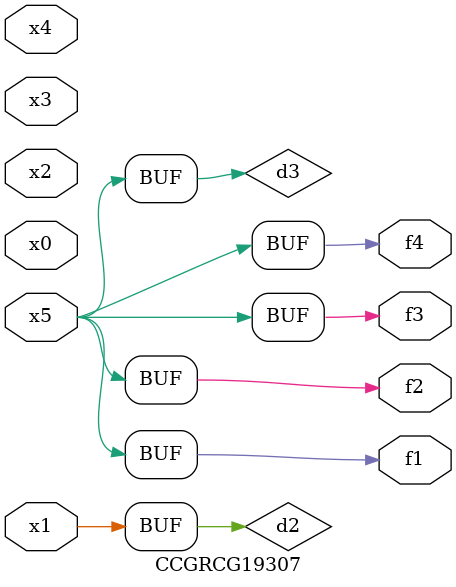
<source format=v>
module CCGRCG19307(
	input x0, x1, x2, x3, x4, x5,
	output f1, f2, f3, f4
);

	wire d1, d2, d3;

	not (d1, x5);
	or (d2, x1);
	xnor (d3, d1);
	assign f1 = d3;
	assign f2 = d3;
	assign f3 = d3;
	assign f4 = d3;
endmodule

</source>
